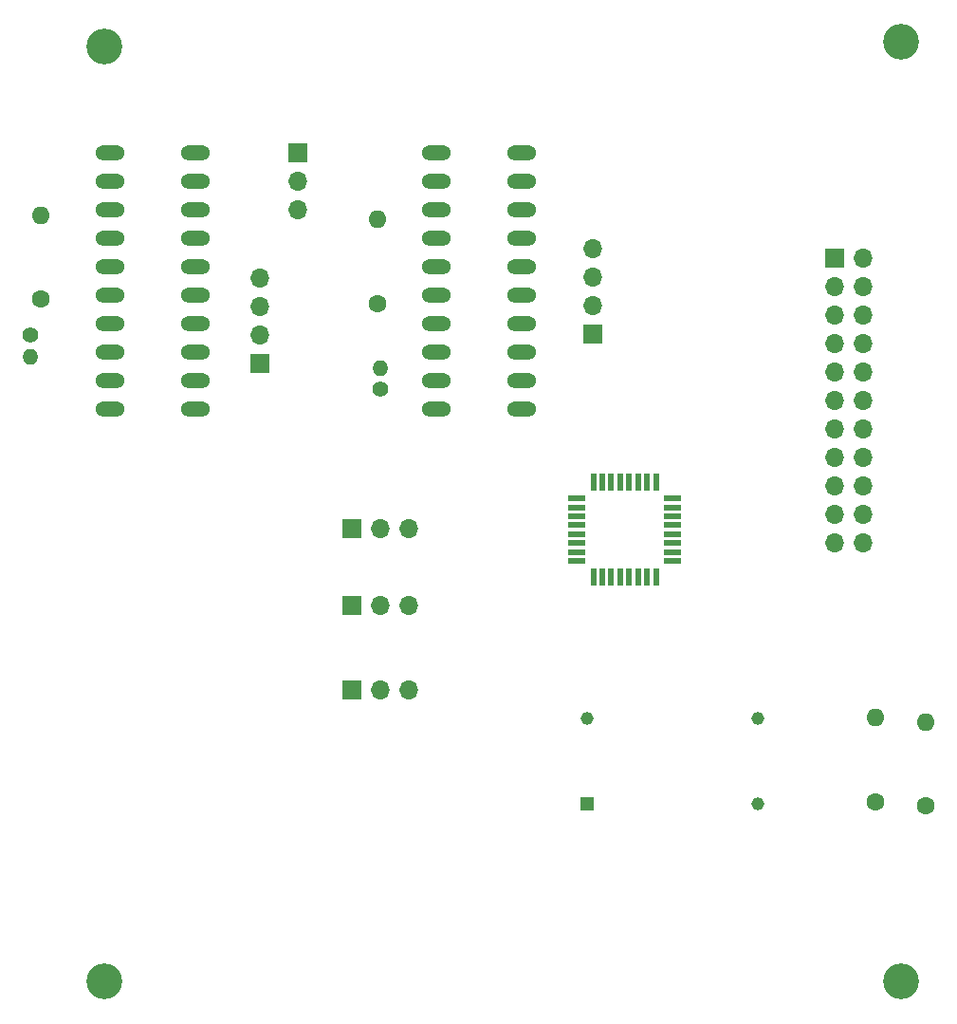
<source format=gbr>
%TF.GenerationSoftware,KiCad,Pcbnew,(6.0.1)*%
%TF.CreationDate,2022-03-29T16:03:17-05:00*%
%TF.ProjectId,microcontroller_board,6d696372-6f63-46f6-9e74-726f6c6c6572,rev?*%
%TF.SameCoordinates,Original*%
%TF.FileFunction,Soldermask,Top*%
%TF.FilePolarity,Negative*%
%FSLAX46Y46*%
G04 Gerber Fmt 4.6, Leading zero omitted, Abs format (unit mm)*
G04 Created by KiCad (PCBNEW (6.0.1)) date 2022-03-29 16:03:17*
%MOMM*%
%LPD*%
G01*
G04 APERTURE LIST*
%ADD10R,1.700000X1.700000*%
%ADD11O,1.700000X1.700000*%
%ADD12C,1.600000*%
%ADD13O,1.600000X1.600000*%
%ADD14R,1.158000X1.158000*%
%ADD15C,1.158000*%
%ADD16C,1.400000*%
%ADD17O,1.400000X1.400000*%
%ADD18C,3.200001*%
%ADD19O,2.641600X1.320800*%
%ADD20C,3.200000*%
%ADD21R,0.550000X1.600000*%
%ADD22R,1.600000X0.550000*%
G04 APERTURE END LIST*
D10*
%TO.C,J6*%
X151511000Y-67945000D03*
D11*
X151511000Y-65405000D03*
X151511000Y-62865000D03*
X151511000Y-60325000D03*
%TD*%
D12*
%TO.C,C1*%
X102235000Y-64837000D03*
D13*
X102235000Y-57337000D03*
%TD*%
D14*
%TO.C,Y1*%
X151003000Y-109855000D03*
D15*
X166243000Y-109855000D03*
X166243000Y-102235000D03*
X151003000Y-102235000D03*
%TD*%
D16*
%TO.C,R2*%
X132588000Y-72898000D03*
D17*
X132588000Y-70998000D03*
%TD*%
D10*
%TO.C,J2*%
X130048000Y-85344000D03*
D11*
X132588000Y-85344000D03*
X135128000Y-85344000D03*
%TD*%
D18*
%TO.C,H3*%
X107950000Y-125730000D03*
%TD*%
D16*
%TO.C,R1*%
X101346000Y-68077000D03*
D17*
X101346000Y-69977000D03*
%TD*%
D18*
%TO.C,H4*%
X179070000Y-125730000D03*
%TD*%
D19*
%TO.C,IC1*%
X108458000Y-51816000D03*
X108458000Y-54356000D03*
X108458000Y-56896000D03*
X108458000Y-59436000D03*
X108458000Y-61976000D03*
X108458000Y-64516000D03*
X108458000Y-67056000D03*
X108458000Y-69596000D03*
X108458000Y-72136000D03*
X108458000Y-74676000D03*
X116078000Y-74676000D03*
X116078000Y-72136000D03*
X116078000Y-69596000D03*
X116078000Y-67056000D03*
X116078000Y-64516000D03*
X116078000Y-61976000D03*
X116078000Y-59436000D03*
X116078000Y-56896000D03*
X116078000Y-54356000D03*
X116078000Y-51816000D03*
%TD*%
%TO.C,IC2*%
X137541000Y-51816000D03*
X137541000Y-54356000D03*
X137541000Y-56896000D03*
X137541000Y-59436000D03*
X137541000Y-61976000D03*
X137541000Y-64516000D03*
X137541000Y-67056000D03*
X137541000Y-69596000D03*
X137541000Y-72136000D03*
X137541000Y-74676000D03*
X145161000Y-74676000D03*
X145161000Y-72136000D03*
X145161000Y-69596000D03*
X145161000Y-67056000D03*
X145161000Y-64516000D03*
X145161000Y-61976000D03*
X145161000Y-59436000D03*
X145161000Y-56896000D03*
X145161000Y-54356000D03*
X145161000Y-51816000D03*
%TD*%
D18*
%TO.C,H1*%
X107950000Y-42291000D03*
%TD*%
D10*
%TO.C,J5*%
X121793000Y-70612000D03*
D11*
X121793000Y-68072000D03*
X121793000Y-65532000D03*
X121793000Y-62992000D03*
%TD*%
D13*
%TO.C,C4*%
X181229000Y-102549000D03*
D12*
X181229000Y-110049000D03*
%TD*%
D20*
%TO.C,H2*%
X179070000Y-41910000D03*
%TD*%
D10*
%TO.C,J3*%
X130048000Y-92202000D03*
D11*
X132588000Y-92202000D03*
X135128000Y-92202000D03*
%TD*%
D21*
%TO.C,U1*%
X151575000Y-89662000D03*
X152375000Y-89662000D03*
X153175000Y-89662000D03*
X153975000Y-89662000D03*
X154775000Y-89662000D03*
X155575000Y-89662000D03*
X156375000Y-89662000D03*
X157175000Y-89662000D03*
D22*
X158625000Y-88212000D03*
X158625000Y-87412000D03*
X158625000Y-86612000D03*
X158625000Y-85812000D03*
X158625000Y-85012000D03*
X158625000Y-84212000D03*
X158625000Y-83412000D03*
X158625000Y-82612000D03*
D21*
X157175000Y-81162000D03*
X156375000Y-81162000D03*
X155575000Y-81162000D03*
X154775000Y-81162000D03*
X153975000Y-81162000D03*
X153175000Y-81162000D03*
X152375000Y-81162000D03*
X151575000Y-81162000D03*
D22*
X150125000Y-82612000D03*
X150125000Y-83412000D03*
X150125000Y-84212000D03*
X150125000Y-85012000D03*
X150125000Y-85812000D03*
X150125000Y-86612000D03*
X150125000Y-87412000D03*
X150125000Y-88212000D03*
%TD*%
D12*
%TO.C,C2*%
X132334000Y-65218000D03*
D13*
X132334000Y-57718000D03*
%TD*%
D10*
%TO.C,J7*%
X173101000Y-61214000D03*
D11*
X175641000Y-61214000D03*
X173101000Y-63754000D03*
X175641000Y-63754000D03*
X173101000Y-66294000D03*
X175641000Y-66294000D03*
X173101000Y-68834000D03*
X175641000Y-68834000D03*
X173101000Y-71374000D03*
X175641000Y-71374000D03*
X173101000Y-73914000D03*
X175641000Y-73914000D03*
X173101000Y-76454000D03*
X175641000Y-76454000D03*
X173101000Y-78994000D03*
X175641000Y-78994000D03*
X173101000Y-81534000D03*
X175641000Y-81534000D03*
X173101000Y-84074000D03*
X175641000Y-84074000D03*
X173101000Y-86614000D03*
X175641000Y-86614000D03*
%TD*%
D12*
%TO.C,C3*%
X176784000Y-109668000D03*
D13*
X176784000Y-102168000D03*
%TD*%
D10*
%TO.C,J4*%
X130048000Y-99695000D03*
D11*
X132588000Y-99695000D03*
X135128000Y-99695000D03*
%TD*%
D10*
%TO.C,J1*%
X125222000Y-51816000D03*
D11*
X125222000Y-54356000D03*
X125222000Y-56896000D03*
%TD*%
M02*

</source>
